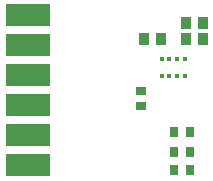
<source format=gtp>
G04 Layer_Color=7318015*
%FSLAX25Y25*%
%MOIN*%
G70*
G01*
G75*
%ADD10R,0.15000X0.07600*%
G04:AMPARAMS|DCode=11|XSize=13.78mil|YSize=13.78mil|CornerRadius=3.45mil|HoleSize=0mil|Usage=FLASHONLY|Rotation=270.000|XOffset=0mil|YOffset=0mil|HoleType=Round|Shape=RoundedRectangle|*
%AMROUNDEDRECTD11*
21,1,0.01378,0.00689,0,0,270.0*
21,1,0.00689,0.01378,0,0,270.0*
1,1,0.00689,-0.00345,-0.00345*
1,1,0.00689,-0.00345,0.00345*
1,1,0.00689,0.00345,0.00345*
1,1,0.00689,0.00345,-0.00345*
%
%ADD11ROUNDEDRECTD11*%
%ADD12R,0.03740X0.04134*%
%ADD13R,0.03150X0.03740*%
%ADD14R,0.03740X0.03150*%
D10*
X112500Y285000D02*
D03*
Y295000D02*
D03*
Y305000D02*
D03*
Y315000D02*
D03*
Y275000D02*
D03*
Y265000D02*
D03*
D11*
X164839Y294646D02*
D03*
X162279D02*
D03*
X159721D02*
D03*
X157161D02*
D03*
Y300354D02*
D03*
X159721D02*
D03*
X162279D02*
D03*
X164839D02*
D03*
D12*
X165146Y307000D02*
D03*
X170854D02*
D03*
X165146Y312500D02*
D03*
X170854D02*
D03*
X156854Y307000D02*
D03*
X151146D02*
D03*
D13*
X161441Y263500D02*
D03*
X166559D02*
D03*
X161441Y276000D02*
D03*
X166559D02*
D03*
X161441Y269500D02*
D03*
X166559D02*
D03*
D14*
X150267Y284674D02*
D03*
Y289792D02*
D03*
M02*

</source>
